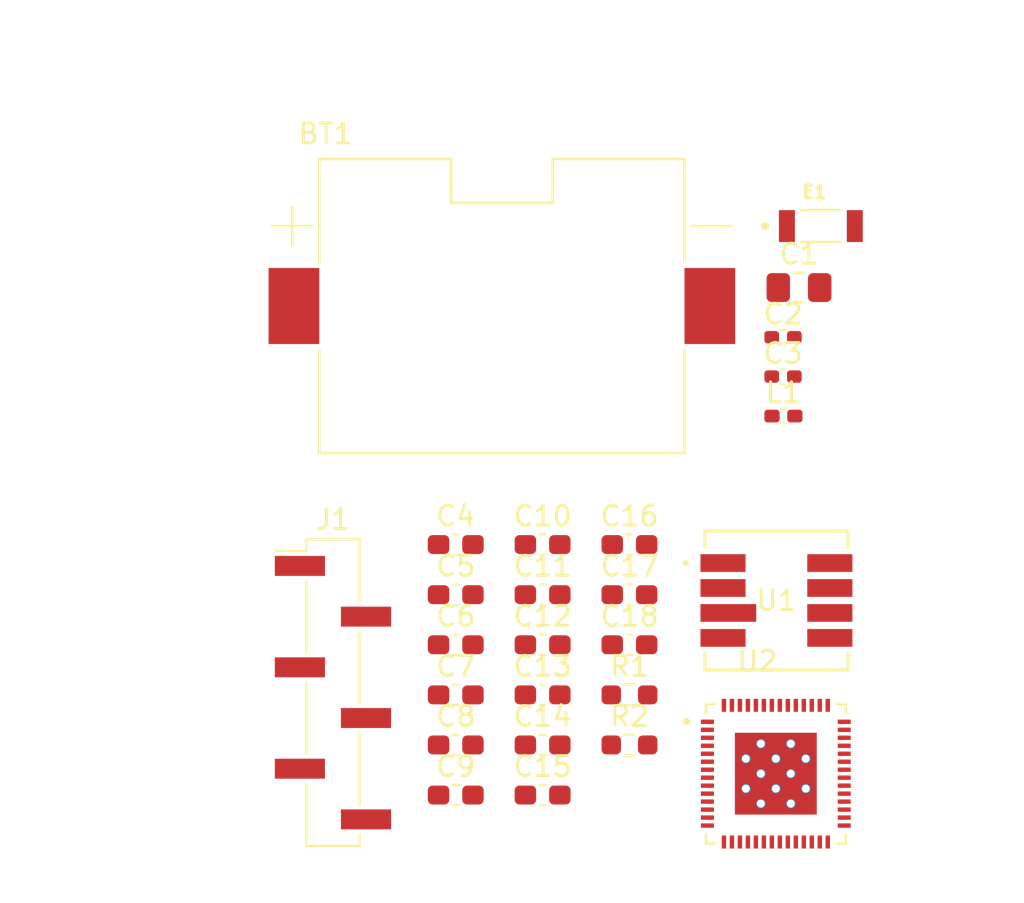
<source format=kicad_pcb>
(kicad_pcb (version 20221018) (generator pcbnew)
  (layers (0 "F.Cu" signal) (31 "B.Cu" signal) (34 "B.Paste" user) (35 "F.Paste" user) (36 "B.SilkS" user "B.Silkscreen") (37 "F.SilkS" user "F.Silkscreen") (38 "B.Mask" user) (39 "F.Mask" user) (44 "Edge.Cuts" user))
  (net 0 "")
  (net 1 "VDD")
  (net 2 "CHIP_PU")
  (net 3 "LNA_IN")
  (net 4 "Net-(C2-Pad2)")
  (net 5 "Net-(C3-Pad1)")
  (net 6 "Net-(C3-Pad2)")
  (net 7 "Net-(J1-Pin_5)")
  (net 8 "Net-(J1-Pin_6)")
  (net 9 "Net-(C6-Pad1)")
  (net 10 "Net-(C8-Pad1)")
  (net 11 "Net-(C10-Pad1)")
  (net 12 "Net-(C13-Pad1)")
  (net 13 "Net-(C16-Pad1)")
  (net 15 "U0TXD")
  (net 16 "U0RXD")
  (net 17 "SCLK")
  (net 18 "CSB")
  (net 20 "SDI")
  (net 21 "SDO")
  (footprint "Pneumatactors:IC_ESP32-S3" (layer "F.Cu") (at 67.695 50.105)
    (fp_text reference "U2" (at -0.925 -5.635) (layer "F.SilkS"))
    (fp_text value "ESP32-S3")
    (fp_line (start -3.5 -3.5) (end -3.5 -3.03) (stroke (width 0.127)) (layer "F.SilkS"))
    (fp_line (start -3.5 -3.5) (end -3.03 -3.5) (stroke (width 0.127)) (layer "F.SilkS"))
    (fp_line (start -3.5 3.5) (end -3.5 3.03) (stroke (width 0.127)) (layer "F.SilkS"))
    (fp_line (start -3.5 3.5) (end -3.03 3.5) (stroke (width 0.127)) (layer "F.SilkS"))
    (fp_line (start 3.5 -3.5) (end 3.03 -3.5) (stroke (width 0.127)) (layer "F.SilkS"))
    (fp_line (start 3.5 -3.5) (end 3.5 -3.03) (stroke (width 0.127)) (layer "F.SilkS"))
    (fp_line (start 3.5 3.5) (end 3.03 3.5) (stroke (width 0.127)) (layer "F.SilkS"))
    (fp_line (start 3.5 3.5) (end 3.5 3.03) (stroke (width 0.127)) (layer "F.SilkS"))
    (fp_circle (center -4.455 -2.6) (end -4.355 -2.6) (stroke (width 0.2)) (fill none) (layer "F.SilkS"))
    (pad "1" smd rect (at -3.425 -2.6) (size 0.65 0.22) (layers "F.Cu" "F.Paste") (net 3 "LNA_IN"))
    (pad "2" smd rect (at -3.425 -2.2) (size 0.65 0.22) (layers "F.Cu" "F.Paste") (net 1 "VDD"))
    (pad "3" smd rect (at -3.425 -1.8) (size 0.65 0.22) (layers "F.Cu" "F.Paste") (net 1 "VDD"))
    (pad "4" smd rect (at -3.425 -1.4) (size 0.65 0.22) (layers "F.Cu" "F.Paste") (net 2 "CHIP_PU"))
    (pad "5" smd rect (at -3.425 -1) (size 0.65 0.22) (layers "F.Cu" "F.Paste") (net 2 "CHIP_PU"))
    (pad "6" smd rect (at -3.425 -0.6) (size 0.65 0.22) (layers "F.Cu" "F.Paste"))
    (pad "7" smd rect (at -3.425 -0.2) (size 0.65 0.22) (layers "F.Cu" "F.Paste"))
    (pad "8" smd rect (at -3.425 0.2) (size 0.65 0.22) (layers "F.Cu" "F.Paste"))
    (pad "9" smd rect (at -3.425 0.6) (size 0.65 0.22) (layers "F.Cu" "F.Paste"))
    (pad "10" smd rect (at -3.425 1) (size 0.65 0.22) (layers "F.Cu" "F.Paste") (net 18 "CSB"))
    (pad "11" smd rect (at -3.425 1.4) (size 0.65 0.22) (layers "F.Cu" "F.Paste"))
    (pad "12" smd rect (at -3.425 1.8) (size 0.65 0.22) (layers "F.Cu" "F.Paste"))
    (pad "13" smd rect (at -3.425 2.2) (size 0.65 0.22) (layers "F.Cu" "F.Paste"))
    (pad "14" smd rect (at -3.425 2.6) (size 0.65 0.22) (layers "F.Cu" "F.Paste"))
    (pad "15" smd rect (at -2.6 3.425) (size 0.22 0.65) (layers "F.Cu" "F.Paste"))
    (pad "16" smd rect (at -2.2 3.425) (size 0.22 0.65) (layers "F.Cu" "F.Paste"))
    (pad "17" smd rect (at -1.8 3.425) (size 0.22 0.65) (layers "F.Cu" "F.Paste"))
    (pad "18" smd rect (at -1.4 3.425) (size 0.22 0.65) (layers "F.Cu" "F.Paste"))
    (pad "19" smd rect (at -1 3.425) (size 0.22 0.65) (layers "F.Cu" "F.Paste"))
    (pad "20" smd rect (at -0.6 3.425) (size 0.22 0.65) (layers "F.Cu" "F.Paste") (net 1 "VDD"))
    (pad "21" smd rect (at -0.2 3.425) (size 0.22 0.65) (layers "F.Cu" "F.Paste"))
    (pad "22" smd rect (at 0.2 3.425) (size 0.22 0.65) (layers "F.Cu" "F.Paste"))
    (pad "23" smd rect (at 0.6 3.425) (size 0.22 0.65) (layers "F.Cu" "F.Paste"))
    (pad "24" smd rect (at 1 3.425) (size 0.22 0.65) (layers "F.Cu" "F.Paste"))
    (pad "25" smd rect (at 1.4 3.425) (size 0.22 0.65) (layers "F.Cu" "F.Paste"))
    (pad "26" smd rect (at 1.8 3.425) (size 0.22 0.65) (layers "F.Cu" "F.Paste"))
    (pad "27" smd rect (at 2.2 3.425) (size 0.22 0.65) (layers "F.Cu" "F.Paste"))
    (pad "28" smd rect (at 2.6 3.425) (size 0.22 0.65) (layers "F.Cu" "F.Paste"))
    (pad "29" smd rect (at 3.425 2.6) (size 0.65 0.22) (layers "F.Cu" "F.Paste") (net 1 "VDD"))
    (pad "30" smd rect (at 3.425 2.2) (size 0.65 0.22) (layers "F.Cu" "F.Paste"))
    (pad "31" smd rect (at 3.425 1.8) (size 0.65 0.22) (layers "F.Cu" "F.Paste"))
    (pad "32" smd rect (at 3.425 1.4) (size 0.65 0.22) (layers "F.Cu" "F.Paste"))
    (pad "33" smd rect (at 3.425 1) (size 0.65 0.22) (layers "F.Cu" "F.Paste") (net 17 "SCLK"))
    (pad "34" smd rect (at 3.425 0.6) (size 0.65 0.22) (layers "F.Cu" "F.Paste") (net 21 "SDO"))
    (pad "35" smd rect (at 3.425 0.2) (size 0.65 0.22) (layers "F.Cu" "F.Paste") (net 20 "SDI"))
    (pad "36" smd rect (at 3.425 -0.2) (size 0.65 0.22) (layers "F.Cu" "F.Paste"))
    (pad "37" smd rect (at 3.425 -0.6) (size 0.65 0.22) (layers "F.Cu" "F.Paste"))
    (pad "38" smd rect (at 3.425 -1) (size 0.65 0.22) (layers "F.Cu" "F.Paste"))
    (pad "39" smd rect (at 3.425 -1.4) (size 0.65 0.22) (layers "F.Cu" "F.Paste"))
    (pad "40" smd rect (at 3.425 -1.8) (size 0.65 0.22) (layers "F.Cu" "F.Paste"))
    (pad "41" smd rect (at 3.425 -2.2) (size 0.65 0.22) (layers "F.Cu" "F.Paste"))
    (pad "42" smd rect (at 3.425 -2.6) (size 0.65 0.22) (layers "F.Cu" "F.Paste"))
    (pad "43" smd rect (at 2.6 -3.425) (size 0.22 0.65) (layers "F.Cu" "F.Paste"))
    (pad "44" smd rect (at 2.2 -3.425) (size 0.22 0.65) (layers "F.Cu" "F.Paste"))
    (pad "45" smd rect (at 1.8 -3.425) (size 0.22 0.65) (layers "F.Cu" "F.Paste"))
    (pad "46" smd rect (at 1.4 -3.425) (size 0.22 0.65) (layers "F.Cu" "F.Paste") (net 1 "VDD"))
    (pad "47" smd rect (at 1 -3.425) (size 0.22 0.65) (layers "F.Cu" "F.Paste"))
    (pad "48" smd rect (at 0.6 -3.425) (size 0.22 0.65) (layers "F.Cu" "F.Paste"))
    (pad "49" smd rect (at 0.2 -3.425) (size 0.22 0.65) (layers "F.Cu" "F.Paste") (net 15 "U0TXD"))
    (pad "50" smd rect (at -0.2 -3.425) (size 0.22 0.65) (layers "F.Cu" "F.Paste") (net 16 "U0RXD"))
    (pad "51" smd rect (at -0.6 -3.425) (size 0.22 0.65) (layers "F.Cu" "F.Paste"))
    (pad "52" smd rect (at -1 -3.425) (size 0.22 0.65) (layers "F.Cu" "F.Paste"))
    (pad "53" smd rect (at -1.4 -3.425) (size 0.22 0.65) (layers "F.Cu" "F.Paste"))
    (pad "54" smd rect (at -1.8 -3.425) (size 0.22 0.65) (layers "F.Cu" "F.Paste"))
    (pad "55" smd rect (at -2.2 -3.425) (size 0.22 0.65) (layers "F.Cu" "F.Paste") (net 1 "VDD"))
    (pad "56" smd rect (at -2.6 -3.425) (size 0.22 0.65) (layers "F.Cu" "F.Paste") (net 1 "VDD"))
    (pad "57" smd rect (at 0 0) (size 4.1 4.1) (layers "F.Cu" "F.Mask") (net 2 "CHIP_PU"))
    (pad "58" thru_hole circle (at -0.75 -1.5) (size 0.5 0.5) (drill 0.4) (layers "*.Cu"))
    (pad "59" thru_hole circle (at 0.75 -1.5) (size 0.5 0.5) (drill 0.4) (layers "*.Cu"))
    (pad "60" thru_hole circle (at -1.5 -0.75) (size 0.5 0.5) (drill 0.4) (layers "*.Cu"))
    (pad "61" thru_hole circle (at 0 -0.75) (size 0.5 0.5) (drill 0.4) (layers "*.Cu"))
    (pad "62" thru_hole circle (at 1.5 -0.75) (size 0.5 0.5) (drill 0.4) (layers "*.Cu"))
    (pad "63" thru_hole circle (at -0.75 0) (size 0.5 0.5) (drill 0.4) (layers "*.Cu"))
    (pad "64" thru_hole circle (at 0.75 0) (size 0.5 0.5) (drill 0.4) (layers "*.Cu"))
    (pad "65" thru_hole circle (at -1.5 0.75) (size 0.5 0.5) (drill 0.4) (layers "*.Cu"))
    (pad "66" thru_hole circle (at 0 0.75) (size 0.5 0.5) (drill 0.4) (layers "*.Cu"))
    (pad "67" thru_hole circle (at 1.5 0.75) (size 0.5 0.5) (drill 0.4) (layers "*.Cu"))
    (pad "68" thru_hole circle (at -0.75 1.5) (size 0.5 0.5) (drill 0.4) (layers "*.Cu"))
    (pad "69" thru_hole circle (at 0.75 1.5) (size 0.5 0.5) (drill 0.4) (layers "*.Cu"))
  )
  (footprint "Pneumatactors:BAT_BHSD-1225-SM" (layer "F.Cu") (at 53.975 26.67)
    (fp_text reference "BT1" (at -8.825 -8.635) (layer "F.SilkS"))
    (fp_text value "BHSD-1225-SM")
    (fp_line (start -10.5 -4) (end -11.5 -4) (stroke (width 0.127)) (layer "F.SilkS"))
    (fp_line (start -10.5 -4) (end -10.5 -5) (stroke (width 0.127)) (layer "F.SilkS"))
    (fp_line (start -10.5 -4) (end -10.5 -3) (stroke (width 0.127)) (layer "F.SilkS"))
    (fp_line (start -9.5 -4) (end -10.5 -4) (stroke (width 0.127)) (layer "F.SilkS"))
    (fp_line (start -9.145 -7.365) (end -9.145 -2.2) (stroke (width 0.127)) (layer "F.SilkS"))
    (fp_line (start -9.145 -7.365) (end -2.545 -7.365) (stroke (width 0.127)) (layer "F.SilkS"))
    (fp_line (start -9.145 7.365) (end -9.145 2.2) (stroke (width 0.127)) (layer "F.SilkS"))
    (fp_line (start -2.545 -7.365) (end -2.545 -5.155) (stroke (width 0.127)) (layer "F.SilkS"))
    (fp_line (start -2.545 -5.155) (end 2.545 -5.155) (stroke (width 0.127)) (layer "F.SilkS"))
    (fp_line (start 2.545 -7.365) (end 9.145 -7.365) (stroke (width 0.127)) (layer "F.SilkS"))
    (fp_line (start 2.545 -5.155) (end 2.545 -7.365) (stroke (width 0.127)) (layer "F.SilkS"))
    (fp_line (start 9.145 -7.365) (end 9.145 -2.2) (stroke (width 0.127)) (layer "F.SilkS"))
    (fp_line (start 9.145 7.365) (end -9.145 7.365) (stroke (width 0.127)) (layer "F.SilkS"))
    (fp_line (start 9.145 7.365) (end 9.145 2.2) (stroke (width 0.127)) (layer "F.SilkS"))
    (fp_line (start 11.5 -4) (end 9.5 -4) (stroke (width 0.127)) (layer "F.SilkS"))
    (pad "+" smd rect (at -10.415 0) (size 2.54 3.81) (layers "F.Cu" "F.Paste" "F.Mask") (net 1 "VDD"))
    (pad "-" smd rect (at 10.415 0) (size 2.54 3.81) (layers "F.Cu" "F.Paste" "F.Mask") (net 2 "CHIP_PU"))
  )
  (footprint "Capacitor_SMD:C_0603_1608Metric_Pad1.08x0.95mm_HandSolder" (layer "F.Cu") (at 60.365 38.625)
    (fp_text reference "C16" (at 0 -1.43) (layer "F.SilkS"))
    (fp_text value "1u")
    (fp_line (start -0.146267 -0.51) (end 0.146267 -0.51) (stroke (width 0.12)) (layer "F.SilkS"))
    (fp_line (start -0.146267 0.51) (end 0.146267 0.51) (stroke (width 0.12)) (layer "F.SilkS"))
    (pad "1" smd roundrect (at -0.8625 0) (size 1.075 0.95) (layers "F.Cu" "F.Paste" "F.Mask") (net 13 "Net-(C16-Pad1)"))
    (pad "2" smd roundrect (at 0.8625 0) (size 1.075 0.95) (layers "F.Cu" "F.Paste" "F.Mask") (net 1 "VDD"))
  )
  (footprint "Capacitor_SMD:C_0603_1608Metric_Pad1.08x0.95mm_HandSolder" (layer "F.Cu") (at 56.015 41.135)
    (fp_text reference "C11" (at 0 -1.43) (layer "F.SilkS"))
    (fp_text value "0.1u")
    (fp_line (start -0.146267 -0.51) (end 0.146267 -0.51) (stroke (width 0.12)) (layer "F.SilkS"))
    (fp_line (start -0.146267 0.51) (end 0.146267 0.51) (stroke (width 0.12)) (layer "F.SilkS"))
    (pad "1" smd roundrect (at -0.8625 0) (size 1.075 0.95) (layers "F.Cu" "F.Paste" "F.Mask") (net 2 "CHIP_PU"))
    (pad "2" smd roundrect (at 0.8625 0) (size 1.075 0.95) (layers "F.Cu" "F.Paste" "F.Mask") (net 11 "Net-(C10-Pad1)"))
  )
  (footprint "Capacitor_SMD:C_0603_1608Metric_Pad1.08x0.95mm_HandSolder" (layer "F.Cu") (at 60.365 41.135)
    (fp_text reference "C17" (at 0 -1.43) (layer "F.SilkS"))
    (fp_text value "0.1u")
    (fp_line (start -0.146267 -0.51) (end 0.146267 -0.51) (stroke (width 0.12)) (layer "F.SilkS"))
    (fp_line (start -0.146267 0.51) (end 0.146267 0.51) (stroke (width 0.12)) (layer "F.SilkS"))
    (pad "1" smd roundrect (at -0.8625 0) (size 1.075 0.95) (layers "F.Cu" "F.Paste" "F.Mask") (net 2 "CHIP_PU"))
    (pad "2" smd roundrect (at 0.8625 0) (size 1.075 0.95) (layers "F.Cu" "F.Paste" "F.Mask") (net 13 "Net-(C16-Pad1)"))
  )
  (footprint "Capacitor_SMD:C_0805_2012Metric_Pad1.18x1.45mm_HandSolder" (layer "F.Cu") (at 68.855 25.745)
    (fp_text reference "C1" (at 0 -1.68) (layer "F.SilkS"))
    (fp_text value "100u")
    (fp_line (start -0.261252 -0.735) (end 0.261252 -0.735) (stroke (width 0.12)) (layer "F.SilkS"))
    (fp_line (start -0.261252 0.735) (end 0.261252 0.735) (stroke (width 0.12)) (layer "F.SilkS"))
    (pad "1" smd roundrect (at -1.0375 0) (size 1.175 1.45) (layers "F.Cu" "F.Paste" "F.Mask") (roundrect_rratio 0.212766) (net 2 "CHIP_PU"))
    (pad "2" smd roundrect (at 1.0375 0) (size 1.175 1.45) (layers "F.Cu" "F.Paste" "F.Mask") (roundrect_rratio 0.212766) (net 1 "VDD"))
  )
  (footprint "Capacitor_SMD:C_0402_1005Metric_Pad0.74x0.62mm_HandSolder" (layer "F.Cu") (at 68.055 30.205)
    (fp_text reference "C3" (at 0 -1.16) (layer "F.SilkS"))
    (fp_text value "0.8p")
    (fp_line (start -0.115835 -0.36) (end 0.115835 -0.36) (stroke (width 0.12)) (layer "F.SilkS"))
    (fp_line (start -0.115835 0.36) (end 0.115835 0.36) (stroke (width 0.12)) (layer "F.SilkS"))
    (pad "1" smd roundrect (at -0.5675 0) (size 0.735 0.62) (layers "F.Cu" "F.Paste" "F.Mask") (net 5 "Net-(C3-Pad1)"))
    (pad "2" smd roundrect (at 0.5675 0) (size 0.735 0.62) (layers "F.Cu" "F.Paste" "F.Mask") (net 6 "Net-(C3-Pad2)"))
  )
  (footprint "Capacitor_SMD:C_0603_1608Metric_Pad1.08x0.95mm_HandSolder" (layer "F.Cu") (at 51.665 41.135)
    (fp_text reference "C5" (at 0 -1.43) (layer "F.SilkS"))
    (fp_text value "0.1u")
    (fp_line (start -0.146267 -0.51) (end 0.146267 -0.51) (stroke (width 0.12)) (layer "F.SilkS"))
    (fp_line (start -0.146267 0.51) (end 0.146267 0.51) (stroke (width 0.12)) (layer "F.SilkS"))
    (pad "1" smd roundrect (at -0.8625 0) (size 1.075 0.95) (layers "F.Cu" "F.Paste" "F.Mask") (net 2 "CHIP_PU"))
    (pad "2" smd roundrect (at 0.8625 0) (size 1.075 0.95) (layers "F.Cu" "F.Paste" "F.Mask") (net 8 "Net-(J1-Pin_6)"))
  )
  (footprint "Connector_PinHeader_2.54mm:PinHeader_1x06_P2.54mm_Vertical_SMD_Pin1Left" (layer "F.Cu") (at 45.515 46.045)
    (fp_text reference "J1" (at 0 -8.68) (layer "F.SilkS"))
    (fp_text value "Conn_01x06_Pin")
    (fp_line (start -1.33 -7.68) (end -1.33 -7.11) (stroke (width 0.12)) (layer "F.SilkS"))
    (fp_line (start -1.33 -7.68) (end 1.33 -7.68) (stroke (width 0.12)) (layer "F.SilkS"))
    (fp_line (start -1.33 -7.11) (end -2.85 -7.11) (stroke (width 0.12)) (layer "F.SilkS"))
    (fp_line (start -1.33 -5.59) (end -1.33 -2.03) (stroke (width 0.12)) (layer "F.SilkS"))
    (fp_line (start -1.33 -0.51) (end -1.33 3.05) (stroke (width 0.12)) (layer "F.SilkS"))
    (fp_line (start -1.33 4.57) (end -1.33 7.68) (stroke (width 0.12)) (layer "F.SilkS"))
    (fp_line (start -1.33 7.68) (end 1.33 7.68) (stroke (width 0.12)) (layer "F.SilkS"))
    (fp_line (start 1.33 -7.68) (end 1.33 -4.57) (stroke (width 0.12)) (layer "F.SilkS"))
    (fp_line (start 1.33 -3.05) (end 1.33 0.51) (stroke (width 0.12)) (layer "F.SilkS"))
    (fp_line (start 1.33 2.03) (end 1.33 5.59) (stroke (width 0.12)) (layer "F.SilkS"))
    (fp_line (start 1.33 7.11) (end 1.33 7.68) (stroke (width 0.12)) (layer "F.SilkS"))
    (pad "1" smd rect (at -1.655 -6.35) (size 2.51 1) (layers "F.Cu" "F.Paste" "F.Mask") (net 1 "VDD"))
    (pad "2" smd rect (at 1.655 -3.81) (size 2.51 1) (layers "F.Cu" "F.Paste" "F.Mask") (net 15 "U0TXD"))
    (pad "3" smd rect (at -1.655 -1.27) (size 2.51 1) (layers "F.Cu" "F.Paste" "F.Mask") (net 16 "U0RXD"))
    (pad "4" smd rect (at 1.655 1.27) (size 2.51 1) (layers "F.Cu" "F.Paste" "F.Mask") (net 2 "CHIP_PU"))
    (pad "5" smd rect (at -1.655 3.81) (size 2.51 1) (layers "F.Cu" "F.Paste" "F.Mask") (net 7 "Net-(J1-Pin_5)"))
    (pad "6" smd rect (at 1.655 6.35) (size 2.51 1) (layers "F.Cu" "F.Paste" "F.Mask") (net 8 "Net-(J1-Pin_6)"))
  )
  (footprint "Capacitor_SMD:C_0603_1608Metric_Pad1.08x0.95mm_HandSolder" (layer "F.Cu") (at 51.665 51.175)
    (fp_text reference "C9" (at 0 -1.43) (layer "F.SilkS"))
    (fp_text value "0.1u")
    (fp_line (start -0.146267 -0.51) (end 0.146267 -0.51) (stroke (width 0.12)) (layer "F.SilkS"))
    (fp_line (start -0.146267 0.51) (end 0.146267 0.51) (stroke (width 0.12)) (layer "F.SilkS"))
    (pad "1" smd roundrect (at -0.8625 0) (size 1.075 0.95) (layers "F.Cu" "F.Paste" "F.Mask") (net 2 "CHIP_PU"))
    (pad "2" smd roundrect (at 0.8625 0) (size 1.075 0.95) (layers "F.Cu" "F.Paste" "F.Mask") (net 10 "Net-(C8-Pad1)"))
  )
  (footprint "Pneumatactors:MS5803-01BA01_TEC" (layer "F.Cu") (at 67.7243 41.426)
    (fp_text reference "U1" (at 0 0 unlocked) (layer "F.SilkS"))
    (fp_text value "MS580301BA01-00")
    (fp_line (start -3.5814 -3.4798) (end -3.5814 -2.65224) (stroke (width 0.1524)) (layer "F.SilkS"))
    (fp_line (start -3.5814 2.65224) (end -3.5814 3.4798) (stroke (width 0.1524)) (layer "F.SilkS"))
    (fp_line (start -3.5814 3.4798) (end 3.5814 3.4798) (stroke (width 0.1524)) (layer "F.SilkS"))
    (fp_line (start 3.5814 -3.4798) (end -3.5814 -3.4798) (stroke (width 0.1524)) (layer "F.SilkS"))
    (fp_line (start 3.5814 -2.65224) (end 3.5814 -3.4798) (stroke (width 0.1524)) (layer "F.SilkS"))
    (fp_line (start 3.5814 3.4798) (end 3.5814 2.65224) (stroke (width 0.1524)) (layer "F.SilkS"))
    (fp_circle (center -4.5319 -1.875) (end -4.4557 -1.875) (stroke (width 0.1524)) (fill none) (layer "F.SilkS"))
    (pad "1" smd rect (at -2.674998 -1.875) (size 2.2606 0.889) (layers "F.Cu" "F.Paste" "F.Mask") (net 17 "SCLK"))
    (pad "2" smd rect (at -2.674998 -0.625) (size 2.2606 0.889) (layers "F.Cu" "F.Paste" "F.Mask") (net 2 "CHIP_PU"))
    (pad "3" smd rect (at -2.408298 0.625) (size 2.794 0.889) (layers "F.Cu" "F.Paste" "F.Mask") (net 18 "CSB"))
    (pad "4" smd rect (at -2.674998 1.875) (size 2.2606 0.889) (layers "F.Cu" "F.Paste" "F.Mask"))
    (pad "5" smd rect (at 2.674998 1.875) (size 2.2606 0.889) (layers "F.Cu" "F.Paste" "F.Mask") (net 1 "VDD"))
    (pad "6" smd rect (at 2.674998 0.625) (size 2.2606 0.889) (layers "F.Cu" "F.Paste" "F.Mask") (net 2 "CHIP_PU"))
    (pad "7" smd rect (at 2.674998 -0.625) (size 2.2606 0.889) (layers "F.Cu" "F.Paste" "F.Mask") (net 20 "SDI"))
    (pad "8" smd rect (at 2.674998 -1.875) (size 2.2606 0.889) (layers "F.Cu" "F.Paste" "F.Mask") (net 21 "SDO"))
  )
  (footprint "Capacitor_SMD:C_0603_1608Metric_Pad1.08x0.95mm_HandSolder" (layer "F.Cu") (at 56.015 43.645)
    (fp_text reference "C12" (at 0 -1.43) (layer "F.SilkS"))
    (fp_text value "1u")
    (fp_line (start -0.146267 -0.51) (end 0.146267 -0.51) (stroke (width 0.12)) (layer "F.SilkS"))
    (fp_line (start -0.146267 0.51) (end 0.146267 0.51) (stroke (width 0.12)) (layer "F.SilkS"))
    (pad "1" smd roundrect (at -0.8625 0) (size 1.075 0.95) (layers "F.Cu" "F.Paste" "F.Mask") (net 2 "CHIP_PU"))
    (pad "2" smd roundrect (at 0.8625 0) (size 1.075 0.95) (layers "F.Cu" "F.Paste" "F.Mask") (net 1 "VDD"))
  )
  (footprint "Capacitor_SMD:C_0603_1608Metric_Pad1.08x0.95mm_HandSolder" (layer "F.Cu") (at 51.665 48.665)
    (fp_text reference "C8" (at 0 -1.43) (layer "F.SilkS"))
    (fp_text value "1u")
    (fp_line (start -0.146267 -0.51) (end 0.146267 -0.51) (stroke (width 0.12)) (layer "F.SilkS"))
    (fp_line (start -0.146267 0.51) (end 0.146267 0.51) (stroke (width 0.12)) (layer "F.SilkS"))
    (pad "1" smd roundrect (at -0.8625 0) (size 1.075 0.95) (layers "F.Cu" "F.Paste" "F.Mask") (net 10 "Net-(C8-Pad1)"))
    (pad "2" smd roundrect (at 0.8625 0) (size 1.075 0.95) (layers "F.Cu" "F.Paste" "F.Mask") (net 1 "VDD"))
  )
  (footprint "Capacitor_SMD:C_0603_1608Metric_Pad1.08x0.95mm_HandSolder" (layer "F.Cu") (at 56.015 46.155)
    (fp_text reference "C13" (at 0 -1.43) (layer "F.SilkS"))
    (fp_text value "1u")
    (fp_line (start -0.146267 -0.51) (end 0.146267 -0.51) (stroke (width 0.12)) (layer "F.SilkS"))
    (fp_line (start -0.146267 0.51) (end 0.146267 0.51) (stroke (width 0.12)) (layer "F.SilkS"))
    (pad "1" smd roundrect (at -0.8625 0) (size 1.075 0.95) (layers "F.Cu" "F.Paste" "F.Mask") (net 12 "Net-(C13-Pad1)"))
    (pad "2" smd roundrect (at 0.8625 0) (size 1.075 0.95) (layers "F.Cu" "F.Paste" "F.Mask") (net 1 "VDD"))
  )
  (footprint "Capacitor_SMD:C_0603_1608Metric_Pad1.08x0.95mm_HandSolder" (layer "F.Cu") (at 51.665 46.155)
    (fp_text reference "C7" (at 0 -1.43) (layer "F.SilkS"))
    (fp_text value "0.1u")
    (fp_line (start -0.146267 -0.51) (end 0.146267 -0.51) (stroke (width 0.12)) (layer "F.SilkS"))
    (fp_line (start -0.146267 0.51) (end 0.146267 0.51) (stroke (width 0.12)) (layer "F.SilkS"))
    (pad "1" smd roundrect (at -0.8625 0) (size 1.075 0.95) (layers "F.Cu" "F.Paste" "F.Mask") (net 2 "CHIP_PU"))
    (pad "2" smd roundrect (at 0.8625 0) (size 1.075 0.95) (layers "F.Cu" "F.Paste" "F.Mask") (net 9 "Net-(C6-Pad1)"))
  )
  (footprint "Capacitor_SMD:C_0603_1608Metric_Pad1.08x0.95mm_HandSolder" (layer "F.Cu") (at 60.365 43.645)
    (fp_text reference "C18" (at 0 -1.43) (layer "F.SilkS"))
    (fp_text value "1u")
    (fp_line (start -0.146267 -0.51) (end 0.146267 -0.51) (stroke (width 0.12)) (layer "F.SilkS"))
    (fp_line (start -0.146267 0.51) (end 0.146267 0.51) (stroke (width 0.12)) (layer "F.SilkS"))
    (pad "1" smd roundrect (at -0.8625 0) (size 1.075 0.95) (layers "F.Cu" "F.Paste" "F.Mask") (net 2 "CHIP_PU"))
    (pad "2" smd roundrect (at 0.8625 0) (size 1.075 0.95) (layers "F.Cu" "F.Paste" "F.Mask") (net 1 "VDD"))
  )
  (footprint "Capacitor_SMD:C_0603_1608Metric_Pad1.08x0.95mm_HandSolder" (layer "F.Cu") (at 51.665 43.645)
    (fp_text reference "C6" (at 0 -1.43) (layer "F.SilkS"))
    (fp_text value "10u")
    (fp_line (start -0.146267 -0.51) (end 0.146267 -0.51) (stroke (width 0.12)) (layer "F.SilkS"))
    (fp_line (start -0.146267 0.51) (end 0.146267 0.51) (stroke (width 0.12)) (layer "F.SilkS"))
    (pad "1" smd roundrect (at -0.8625 0) (size 1.075 0.95) (layers "F.Cu" "F.Paste" "F.Mask") (net 9 "Net-(C6-Pad1)"))
    (pad "2" smd roundrect (at 0.8625 0) (size 1.075 0.95) (layers "F.Cu" "F.Paste" "F.Mask") (net 1 "VDD"))
  )
  (footprint "Capacitor_SMD:C_0603_1608Metric_Pad1.08x0.95mm_HandSolder" (layer "F.Cu") (at 56.015 38.625)
    (fp_text reference "C10" (at 0 -1.43) (layer "F.SilkS"))
    (fp_text value "1u")
    (fp_line (start -0.146267 -0.51) (end 0.146267 -0.51) (stroke (width 0.12)) (layer "F.SilkS"))
    (fp_line (start -0.146267 0.51) (end 0.146267 0.51) (stroke (width 0.12)) (layer "F.SilkS"))
    (pad "1" smd roundrect (at -0.8625 0) (size 1.075 0.95) (layers "F.Cu" "F.Paste" "F.Mask") (net 11 "Net-(C10-Pad1)"))
    (pad "2" smd roundrect (at 0.8625 0) (size 1.075 0.95) (layers "F.Cu" "F.Paste" "F.Mask") (net 1 "VDD"))
  )
  (footprint "Pneumatactors:XDCR_2450AT18B100E" (layer "F.Cu") (at 69.95 22.665)
    (fp_text reference "E1" (at -0.318 -1.7064) (layer "F.SilkS") (effects (font (size 0.64 0.64))))
    (fp_text value "2450AT18B100E")
    (fp_line (start -0.98 -0.8) (end 0.98 -0.8) (stroke (width 0.127)) (layer "F.SilkS"))
    (fp_line (start -0.98 0.8) (end 0.98 0.8) (stroke (width 0.127)) (layer "F.SilkS"))
    (fp_circle (center -2.8 0) (end -2.7 0) (stroke (width 0.2)) (fill none) (layer "F.SilkS"))
    (pad "1" smd rect (at -1.7 0) (size 0.8 1.6) (layers "F.Cu" "F.Paste" "F.Mask") (net 6 "Net-(C3-Pad2)"))
    (pad "2" smd rect (at 1.7 0) (size 0.8 1.6) (layers "F.Cu" "F.Paste" "F.Mask"))
  )
  (footprint "Capacitor_SMD:C_0402_1005Metric_Pad0.74x0.62mm_HandSolder" (layer "F.Cu") (at 68.055 28.235)
    (fp_text reference "C2" (at 0 -1.16) (layer "F.SilkS"))
    (fp_text value "1p")
    (fp_line (start -0.115835 -0.36) (end 0.115835 -0.36) (stroke (width 0.12)) (layer "F.SilkS"))
    (fp_line (start -0.115835 0.36) (end 0.115835 0.36) (stroke (width 0.12)) (layer "F.SilkS"))
    (pad "1" smd roundrect (at -0.5675 0) (size 0.735 0.62) (layers "F.Cu" "F.Paste" "F.Mask") (net 3 "LNA_IN"))
    (pad "2" smd roundrect (at 0.5675 0) (size 0.735 0.62) (layers "F.Cu" "F.Paste" "F.Mask") (net 4 "Net-(C2-Pad2)"))
  )
  (footprint "Resistor_SMD:R_0603_1608Metric_Pad0.98x0.95mm_HandSolder" (layer "F.Cu") (at 60.365 48.665)
    (fp_text reference "R2" (at 0 -1.43) (layer "F.SilkS"))
    (fp_text value "10k")
    (fp_line (start -0.254724 -0.5225) (end 0.254724 -0.5225) (stroke (width 0.12)) (layer "F.SilkS"))
    (fp_line (start -0.254724 0.5225) (end 0.254724 0.5225) (stroke (width 0.12)) (layer "F.SilkS"))
    (pad "1" smd roundrect (at -0.9125 0) (size 0.975 0.95) (layers "F.Cu" "F.Paste" "F.Mask") (net 8 "Net-(J1-Pin_6)"))
    (pad "2" smd roundrect (at 0.9125 0) (size 0.975 0.95) (layers "F.Cu" "F.Paste" "F.Mask") (net 1 "VDD"))
  )
  (footprint "Capacitor_SMD:C_0603_1608Metric_Pad1.08x0.95mm_HandSolder" (layer "F.Cu") (at 51.665 38.625)
    (fp_text reference "C4" (at 0 -1.43) (layer "F.SilkS"))
    (fp_text value "0.1u")
    (fp_line (start -0.146267 -0.51) (end 0.146267 -0.51) (stroke (width 0.12)) (layer "F.SilkS"))
    (fp_line (start -0.146267 0.51) (end 0.146267 0.51) (stroke (width 0.12)) (layer "F.SilkS"))
    (pad "1" smd roundrect (at -0.8625 0) (size 1.075 0.95) (layers "F.Cu" "F.Paste" "F.Mask") (net 2 "CHIP_PU"))
    (pad "2" smd roundrect (at 0.8625 0) (size 1.075 0.95) (layers "F.Cu" "F.Paste" "F.Mask") (net 7 "Net-(J1-Pin_5)"))
  )
  (footprint "Capacitor_SMD:C_0603_1608Metric_Pad1.08x0.95mm_HandSolder" (layer "F.Cu") (at 56.015 51.175)
    (fp_text reference "C15" (at 0 -1.43) (layer "F.SilkS"))
    (fp_text value "1u")
    (fp_line (start -0.146267 -0.51) (end 0.146267 -0.51) (stroke (width 0.12)) (layer "F.SilkS"))
    (fp_line (start -0.146267 0.51) (end 0.146267 0.51) (stroke (width 0.12)) (layer "F.SilkS"))
    (pad "1" smd roundrect (at -0.8625 0) (size 1.075 0.95) (layers "F.Cu" "F.Paste" "F.Mask") (net 2 "CHIP_PU"))
    (pad "2" smd roundrect (at 0.8625 0) (size 1.075 0.95) (layers "F.Cu" "F.Paste" "F.Mask") (net 1 "VDD"))
  )
  (footprint "Inductor_SMD:L_0402_1005Metric_Pad0.77x0.64mm_HandSolder" (layer "F.Cu") (at 68.075 32.185)
    (fp_text reference "L1" (at 0 -1.17) (layer "F.SilkS"))
    (fp_text value "3.9n")
    (fp_line (start -0.1002 -0.36) (end 0.1002 -0.36) (stroke (width 0.12)) (layer "F.SilkS"))
    (fp_line (start -0.1002 0.36) (end 0.1002 0.36) (stroke (width 0.12)) (layer "F.SilkS"))
    (pad "1" smd roundrect (at -0.5725 0) (size 0.765 0.64) (layers "F.Cu" "F.Paste" "F.Mask") (net 4 "Net-(C2-Pad2)"))
    (pad "2" smd roundrect (at 0.5725 0) (size 0.765 0.64) (layers "F.Cu" "F.Paste" "F.Mask") (net 5 "Net-(C3-Pad1)"))
  )
  (footprint "Resistor_SMD:R_0603_1608Metric_Pad0.98x0.95mm_HandSolder" (layer "F.Cu") (at 60.365 46.155)
    (fp_text reference "R1" (at 0 -1.43) (layer "F.SilkS"))
    (fp_text value "10k")
    (fp_line (start -0.254724 -0.5225) (end 0.254724 -0.5225) (stroke (width 0.12)) (layer "F.SilkS"))
    (fp_line (start -0.254724 0.5225) (end 0.254724 0.5225) (stroke (width 0.12)) (layer "F.SilkS"))
    (pad "1" smd roundrect (at -0.9125 0) (size 0.975 0.95) (layers "F.Cu" "F.Paste" "F.Mask") (net 7 "Net-(J1-Pin_5)"))
    (pad "2" smd roundrect (at 0.9125 0) (size 0.975 0.95) (layers "F.Cu" "F.Paste" "F.Mask") (net 1 "VDD"))
  )
  (footprint "Capacitor_SMD:C_0603_1608Metric_Pad1.08x0.95mm_HandSolder" (layer "F.Cu") (at 56.015 48.665)
    (fp_text reference "C14" (at 0 -1.43) (layer "F.SilkS"))
    (fp_text value "0.1u")
    (fp_line (start -0.146267 -0.51) (end 0.146267 -0.51) (stroke (width 0.12)) (layer "F.SilkS"))
    (fp_line (start -0.146267 0.51) (end 0.146267 0.51) (stroke (width 0.12)) (layer "F.SilkS"))
    (pad "1" smd roundrect (at -0.8625 0) (size 1.075 0.95) (layers "F.Cu" "F.Paste" "F.Mask") (net 2 "CHIP_PU"))
    (pad "2" smd roundrect (at 0.8625 0) (size 1.075 0.95) (layers "F.Cu" "F.Paste" "F.Mask") (net 12 "Net-(C13-Pad1)"))
  )
)
</source>
